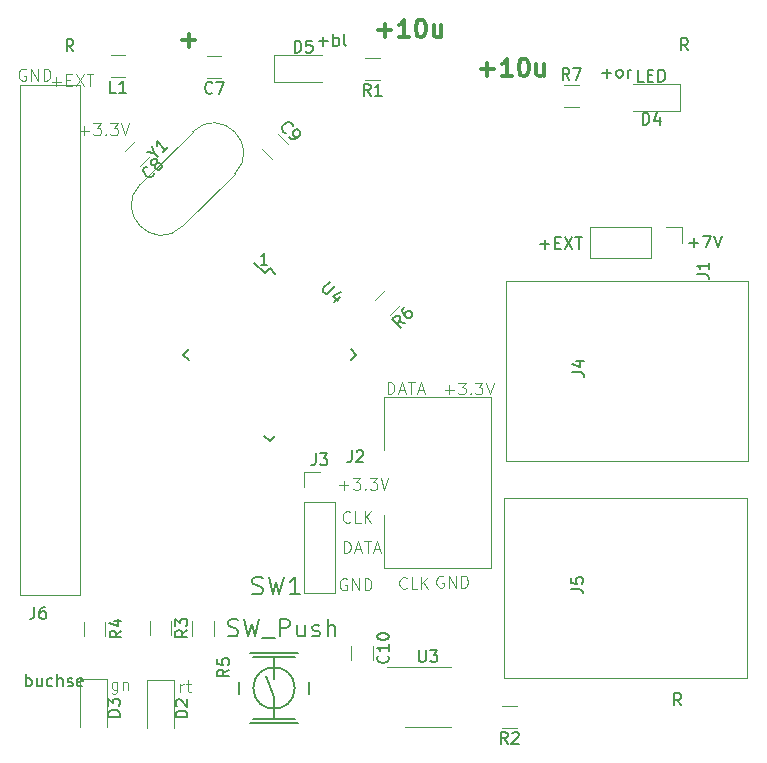
<source format=gbr>
%TF.GenerationSoftware,KiCad,Pcbnew,5.1.6-c6e7f7d~87~ubuntu18.04.1*%
%TF.CreationDate,2021-03-27T09:05:47+01:00*%
%TF.ProjectId,sboxnet-modul,73626f78-6e65-4742-9d6d-6f64756c2e6b,rev?*%
%TF.SameCoordinates,Original*%
%TF.FileFunction,Legend,Top*%
%TF.FilePolarity,Positive*%
%FSLAX46Y46*%
G04 Gerber Fmt 4.6, Leading zero omitted, Abs format (unit mm)*
G04 Created by KiCad (PCBNEW 5.1.6-c6e7f7d~87~ubuntu18.04.1) date 2021-03-27 09:05:47*
%MOMM*%
%LPD*%
G01*
G04 APERTURE LIST*
%ADD10C,0.100000*%
%ADD11C,0.200000*%
%ADD12C,0.300000*%
%ADD13C,0.150000*%
%ADD14C,0.120000*%
G04 APERTURE END LIST*
D10*
X123366400Y-100528380D02*
X123366400Y-99528380D01*
X123604495Y-99528380D01*
X123747352Y-99576000D01*
X123842590Y-99671238D01*
X123890209Y-99766476D01*
X123937828Y-99956952D01*
X123937828Y-100099809D01*
X123890209Y-100290285D01*
X123842590Y-100385523D01*
X123747352Y-100480761D01*
X123604495Y-100528380D01*
X123366400Y-100528380D01*
X124318780Y-100242666D02*
X124794971Y-100242666D01*
X124223542Y-100528380D02*
X124556876Y-99528380D01*
X124890209Y-100528380D01*
X125080685Y-99528380D02*
X125652114Y-99528380D01*
X125366400Y-100528380D02*
X125366400Y-99528380D01*
X125937828Y-100242666D02*
X126414019Y-100242666D01*
X125842590Y-100528380D02*
X126175923Y-99528380D01*
X126509257Y-100528380D01*
X124982361Y-116943142D02*
X124934742Y-116990761D01*
X124791885Y-117038380D01*
X124696647Y-117038380D01*
X124553790Y-116990761D01*
X124458552Y-116895523D01*
X124410933Y-116800285D01*
X124363314Y-116609809D01*
X124363314Y-116466952D01*
X124410933Y-116276476D01*
X124458552Y-116181238D01*
X124553790Y-116086000D01*
X124696647Y-116038380D01*
X124791885Y-116038380D01*
X124934742Y-116086000D01*
X124982361Y-116133619D01*
X125887123Y-117038380D02*
X125410933Y-117038380D01*
X125410933Y-116038380D01*
X126220457Y-117038380D02*
X126220457Y-116038380D01*
X126791885Y-117038380D02*
X126363314Y-116466952D01*
X126791885Y-116038380D02*
X126220457Y-116609809D01*
X128066895Y-115984400D02*
X127971657Y-115936780D01*
X127828800Y-115936780D01*
X127685942Y-115984400D01*
X127590704Y-116079638D01*
X127543085Y-116174876D01*
X127495466Y-116365352D01*
X127495466Y-116508209D01*
X127543085Y-116698685D01*
X127590704Y-116793923D01*
X127685942Y-116889161D01*
X127828800Y-116936780D01*
X127924038Y-116936780D01*
X128066895Y-116889161D01*
X128114514Y-116841542D01*
X128114514Y-116508209D01*
X127924038Y-116508209D01*
X128543085Y-116936780D02*
X128543085Y-115936780D01*
X129114514Y-116936780D01*
X129114514Y-115936780D01*
X129590704Y-116936780D02*
X129590704Y-115936780D01*
X129828800Y-115936780D01*
X129971657Y-115984400D01*
X130066895Y-116079638D01*
X130114514Y-116174876D01*
X130162133Y-116365352D01*
X130162133Y-116508209D01*
X130114514Y-116698685D01*
X130066895Y-116793923D01*
X129971657Y-116889161D01*
X129828800Y-116936780D01*
X129590704Y-116936780D01*
X128200400Y-100198228D02*
X128962304Y-100198228D01*
X128581352Y-100579180D02*
X128581352Y-99817276D01*
X129343257Y-99579180D02*
X129962304Y-99579180D01*
X129628971Y-99960133D01*
X129771828Y-99960133D01*
X129867066Y-100007752D01*
X129914685Y-100055371D01*
X129962304Y-100150609D01*
X129962304Y-100388704D01*
X129914685Y-100483942D01*
X129867066Y-100531561D01*
X129771828Y-100579180D01*
X129486114Y-100579180D01*
X129390876Y-100531561D01*
X129343257Y-100483942D01*
X130390876Y-100483942D02*
X130438495Y-100531561D01*
X130390876Y-100579180D01*
X130343257Y-100531561D01*
X130390876Y-100483942D01*
X130390876Y-100579180D01*
X130771828Y-99579180D02*
X131390876Y-99579180D01*
X131057542Y-99960133D01*
X131200400Y-99960133D01*
X131295638Y-100007752D01*
X131343257Y-100055371D01*
X131390876Y-100150609D01*
X131390876Y-100388704D01*
X131343257Y-100483942D01*
X131295638Y-100531561D01*
X131200400Y-100579180D01*
X130914685Y-100579180D01*
X130819447Y-100531561D01*
X130771828Y-100483942D01*
X131676590Y-99579180D02*
X132009923Y-100579180D01*
X132343257Y-99579180D01*
D11*
X136295023Y-87866528D02*
X137056928Y-87866528D01*
X136675976Y-88247480D02*
X136675976Y-87485576D01*
X137533119Y-87723671D02*
X137866452Y-87723671D01*
X138009309Y-88247480D02*
X137533119Y-88247480D01*
X137533119Y-87247480D01*
X138009309Y-87247480D01*
X138342642Y-87247480D02*
X139009309Y-88247480D01*
X139009309Y-87247480D02*
X138342642Y-88247480D01*
X139247404Y-87247480D02*
X139818833Y-87247480D01*
X139533119Y-88247480D02*
X139533119Y-87247480D01*
X148917185Y-87752228D02*
X149679090Y-87752228D01*
X149298138Y-88133180D02*
X149298138Y-87371276D01*
X150060042Y-87133180D02*
X150726709Y-87133180D01*
X150298138Y-88133180D01*
X150964804Y-87133180D02*
X151298138Y-88133180D01*
X151631471Y-87133180D01*
D12*
X122530728Y-69766642D02*
X123673585Y-69766642D01*
X123102157Y-70338071D02*
X123102157Y-69195214D01*
X125173585Y-70338071D02*
X124316442Y-70338071D01*
X124745014Y-70338071D02*
X124745014Y-68838071D01*
X124602157Y-69052357D01*
X124459300Y-69195214D01*
X124316442Y-69266642D01*
X126102157Y-68838071D02*
X126245014Y-68838071D01*
X126387871Y-68909500D01*
X126459300Y-68980928D01*
X126530728Y-69123785D01*
X126602157Y-69409500D01*
X126602157Y-69766642D01*
X126530728Y-70052357D01*
X126459300Y-70195214D01*
X126387871Y-70266642D01*
X126245014Y-70338071D01*
X126102157Y-70338071D01*
X125959300Y-70266642D01*
X125887871Y-70195214D01*
X125816442Y-70052357D01*
X125745014Y-69766642D01*
X125745014Y-69409500D01*
X125816442Y-69123785D01*
X125887871Y-68980928D01*
X125959300Y-68909500D01*
X126102157Y-68838071D01*
X127887871Y-69338071D02*
X127887871Y-70338071D01*
X127245014Y-69338071D02*
X127245014Y-70123785D01*
X127316442Y-70266642D01*
X127459300Y-70338071D01*
X127673585Y-70338071D01*
X127816442Y-70266642D01*
X127887871Y-70195214D01*
X131242928Y-73068642D02*
X132385785Y-73068642D01*
X131814357Y-73640071D02*
X131814357Y-72497214D01*
X133885785Y-73640071D02*
X133028642Y-73640071D01*
X133457214Y-73640071D02*
X133457214Y-72140071D01*
X133314357Y-72354357D01*
X133171500Y-72497214D01*
X133028642Y-72568642D01*
X134814357Y-72140071D02*
X134957214Y-72140071D01*
X135100071Y-72211500D01*
X135171500Y-72282928D01*
X135242928Y-72425785D01*
X135314357Y-72711500D01*
X135314357Y-73068642D01*
X135242928Y-73354357D01*
X135171500Y-73497214D01*
X135100071Y-73568642D01*
X134957214Y-73640071D01*
X134814357Y-73640071D01*
X134671500Y-73568642D01*
X134600071Y-73497214D01*
X134528642Y-73354357D01*
X134457214Y-73068642D01*
X134457214Y-72711500D01*
X134528642Y-72425785D01*
X134600071Y-72282928D01*
X134671500Y-72211500D01*
X134814357Y-72140071D01*
X136600071Y-72640071D02*
X136600071Y-73640071D01*
X135957214Y-72640071D02*
X135957214Y-73425785D01*
X136028642Y-73568642D01*
X136171500Y-73640071D01*
X136385785Y-73640071D01*
X136528642Y-73568642D01*
X136600071Y-73497214D01*
X105930771Y-70604842D02*
X107073628Y-70604842D01*
X106502200Y-71176271D02*
X106502200Y-70033414D01*
D10*
X97314000Y-78252628D02*
X98075904Y-78252628D01*
X97694952Y-78633580D02*
X97694952Y-77871676D01*
X98456857Y-77633580D02*
X99075904Y-77633580D01*
X98742571Y-78014533D01*
X98885428Y-78014533D01*
X98980666Y-78062152D01*
X99028285Y-78109771D01*
X99075904Y-78205009D01*
X99075904Y-78443104D01*
X99028285Y-78538342D01*
X98980666Y-78585961D01*
X98885428Y-78633580D01*
X98599714Y-78633580D01*
X98504476Y-78585961D01*
X98456857Y-78538342D01*
X99504476Y-78538342D02*
X99552095Y-78585961D01*
X99504476Y-78633580D01*
X99456857Y-78585961D01*
X99504476Y-78538342D01*
X99504476Y-78633580D01*
X99885428Y-77633580D02*
X100504476Y-77633580D01*
X100171142Y-78014533D01*
X100314000Y-78014533D01*
X100409238Y-78062152D01*
X100456857Y-78109771D01*
X100504476Y-78205009D01*
X100504476Y-78443104D01*
X100456857Y-78538342D01*
X100409238Y-78585961D01*
X100314000Y-78633580D01*
X100028285Y-78633580D01*
X99933047Y-78585961D01*
X99885428Y-78538342D01*
X100790190Y-77633580D02*
X101123523Y-78633580D01*
X101456857Y-77633580D01*
X94931123Y-74087028D02*
X95693028Y-74087028D01*
X95312076Y-74467980D02*
X95312076Y-73706076D01*
X96169219Y-73944171D02*
X96502552Y-73944171D01*
X96645409Y-74467980D02*
X96169219Y-74467980D01*
X96169219Y-73467980D01*
X96645409Y-73467980D01*
X96978742Y-73467980D02*
X97645409Y-74467980D01*
X97645409Y-73467980D02*
X96978742Y-74467980D01*
X97883504Y-73467980D02*
X98454933Y-73467980D01*
X98169219Y-74467980D02*
X98169219Y-73467980D01*
X92710095Y-73058400D02*
X92614857Y-73010780D01*
X92472000Y-73010780D01*
X92329142Y-73058400D01*
X92233904Y-73153638D01*
X92186285Y-73248876D01*
X92138666Y-73439352D01*
X92138666Y-73582209D01*
X92186285Y-73772685D01*
X92233904Y-73867923D01*
X92329142Y-73963161D01*
X92472000Y-74010780D01*
X92567238Y-74010780D01*
X92710095Y-73963161D01*
X92757714Y-73915542D01*
X92757714Y-73582209D01*
X92567238Y-73582209D01*
X93186285Y-74010780D02*
X93186285Y-73010780D01*
X93757714Y-74010780D01*
X93757714Y-73010780D01*
X94233904Y-74010780D02*
X94233904Y-73010780D01*
X94472000Y-73010780D01*
X94614857Y-73058400D01*
X94710095Y-73153638D01*
X94757714Y-73248876D01*
X94805333Y-73439352D01*
X94805333Y-73582209D01*
X94757714Y-73772685D01*
X94710095Y-73867923D01*
X94614857Y-73963161D01*
X94472000Y-74010780D01*
X94233904Y-74010780D01*
X100472904Y-124906114D02*
X100472904Y-125715638D01*
X100425285Y-125810876D01*
X100377666Y-125858495D01*
X100282428Y-125906114D01*
X100139571Y-125906114D01*
X100044333Y-125858495D01*
X100472904Y-125525161D02*
X100377666Y-125572780D01*
X100187190Y-125572780D01*
X100091952Y-125525161D01*
X100044333Y-125477542D01*
X99996714Y-125382304D01*
X99996714Y-125096590D01*
X100044333Y-125001352D01*
X100091952Y-124953733D01*
X100187190Y-124906114D01*
X100377666Y-124906114D01*
X100472904Y-124953733D01*
X100949095Y-124906114D02*
X100949095Y-125572780D01*
X100949095Y-125001352D02*
X100996714Y-124953733D01*
X101091952Y-124906114D01*
X101234809Y-124906114D01*
X101330047Y-124953733D01*
X101377666Y-125048971D01*
X101377666Y-125572780D01*
X105814857Y-125775980D02*
X105814857Y-125109314D01*
X105814857Y-125299790D02*
X105862476Y-125204552D01*
X105910095Y-125156933D01*
X106005333Y-125109314D01*
X106100571Y-125109314D01*
X106291047Y-125109314D02*
X106672000Y-125109314D01*
X106433904Y-124775980D02*
X106433904Y-125633123D01*
X106481523Y-125728361D01*
X106576761Y-125775980D01*
X106672000Y-125775980D01*
D11*
X117535461Y-70670728D02*
X118297366Y-70670728D01*
X117916414Y-71051680D02*
X117916414Y-70289776D01*
X118773557Y-71051680D02*
X118773557Y-70051680D01*
X118773557Y-70432633D02*
X118868795Y-70385014D01*
X119059271Y-70385014D01*
X119154509Y-70432633D01*
X119202128Y-70480252D01*
X119249747Y-70575490D01*
X119249747Y-70861204D01*
X119202128Y-70956442D01*
X119154509Y-71004061D01*
X119059271Y-71051680D01*
X118868795Y-71051680D01*
X118773557Y-71004061D01*
X119821176Y-71051680D02*
X119725938Y-71004061D01*
X119678319Y-70908823D01*
X119678319Y-70051680D01*
X141541642Y-73375828D02*
X142303547Y-73375828D01*
X141922595Y-73756780D02*
X141922595Y-72994876D01*
X142922595Y-73756780D02*
X142827357Y-73709161D01*
X142779738Y-73661542D01*
X142732119Y-73566304D01*
X142732119Y-73280590D01*
X142779738Y-73185352D01*
X142827357Y-73137733D01*
X142922595Y-73090114D01*
X143065452Y-73090114D01*
X143160690Y-73137733D01*
X143208309Y-73185352D01*
X143255928Y-73280590D01*
X143255928Y-73566304D01*
X143208309Y-73661542D01*
X143160690Y-73709161D01*
X143065452Y-73756780D01*
X142922595Y-73756780D01*
X143684500Y-73756780D02*
X143684500Y-73090114D01*
X143684500Y-73280590D02*
X143732119Y-73185352D01*
X143779738Y-73137733D01*
X143874976Y-73090114D01*
X143970214Y-73090114D01*
D10*
X119658000Y-113990380D02*
X119658000Y-112990380D01*
X119896095Y-112990380D01*
X120038952Y-113038000D01*
X120134190Y-113133238D01*
X120181809Y-113228476D01*
X120229428Y-113418952D01*
X120229428Y-113561809D01*
X120181809Y-113752285D01*
X120134190Y-113847523D01*
X120038952Y-113942761D01*
X119896095Y-113990380D01*
X119658000Y-113990380D01*
X120610380Y-113704666D02*
X121086571Y-113704666D01*
X120515142Y-113990380D02*
X120848476Y-112990380D01*
X121181809Y-113990380D01*
X121372285Y-112990380D02*
X121943714Y-112990380D01*
X121658000Y-113990380D02*
X121658000Y-112990380D01*
X122229428Y-113704666D02*
X122705619Y-113704666D01*
X122134190Y-113990380D02*
X122467523Y-112990380D01*
X122800857Y-113990380D01*
X120181761Y-111355142D02*
X120134142Y-111402761D01*
X119991285Y-111450380D01*
X119896047Y-111450380D01*
X119753190Y-111402761D01*
X119657952Y-111307523D01*
X119610333Y-111212285D01*
X119562714Y-111021809D01*
X119562714Y-110878952D01*
X119610333Y-110688476D01*
X119657952Y-110593238D01*
X119753190Y-110498000D01*
X119896047Y-110450380D01*
X119991285Y-110450380D01*
X120134142Y-110498000D01*
X120181761Y-110545619D01*
X121086523Y-111450380D02*
X120610333Y-111450380D01*
X120610333Y-110450380D01*
X121419857Y-111450380D02*
X121419857Y-110450380D01*
X121991285Y-111450380D02*
X121562714Y-110878952D01*
X121991285Y-110450380D02*
X121419857Y-111021809D01*
X119888095Y-116213000D02*
X119792857Y-116165380D01*
X119650000Y-116165380D01*
X119507142Y-116213000D01*
X119411904Y-116308238D01*
X119364285Y-116403476D01*
X119316666Y-116593952D01*
X119316666Y-116736809D01*
X119364285Y-116927285D01*
X119411904Y-117022523D01*
X119507142Y-117117761D01*
X119650000Y-117165380D01*
X119745238Y-117165380D01*
X119888095Y-117117761D01*
X119935714Y-117070142D01*
X119935714Y-116736809D01*
X119745238Y-116736809D01*
X120364285Y-117165380D02*
X120364285Y-116165380D01*
X120935714Y-117165380D01*
X120935714Y-116165380D01*
X121411904Y-117165380D02*
X121411904Y-116165380D01*
X121650000Y-116165380D01*
X121792857Y-116213000D01*
X121888095Y-116308238D01*
X121935714Y-116403476D01*
X121983333Y-116593952D01*
X121983333Y-116736809D01*
X121935714Y-116927285D01*
X121888095Y-117022523D01*
X121792857Y-117117761D01*
X121650000Y-117165380D01*
X121411904Y-117165380D01*
X119285000Y-108275428D02*
X120046904Y-108275428D01*
X119665952Y-108656380D02*
X119665952Y-107894476D01*
X120427857Y-107656380D02*
X121046904Y-107656380D01*
X120713571Y-108037333D01*
X120856428Y-108037333D01*
X120951666Y-108084952D01*
X120999285Y-108132571D01*
X121046904Y-108227809D01*
X121046904Y-108465904D01*
X120999285Y-108561142D01*
X120951666Y-108608761D01*
X120856428Y-108656380D01*
X120570714Y-108656380D01*
X120475476Y-108608761D01*
X120427857Y-108561142D01*
X121475476Y-108561142D02*
X121523095Y-108608761D01*
X121475476Y-108656380D01*
X121427857Y-108608761D01*
X121475476Y-108561142D01*
X121475476Y-108656380D01*
X121856428Y-107656380D02*
X122475476Y-107656380D01*
X122142142Y-108037333D01*
X122285000Y-108037333D01*
X122380238Y-108084952D01*
X122427857Y-108132571D01*
X122475476Y-108227809D01*
X122475476Y-108465904D01*
X122427857Y-108561142D01*
X122380238Y-108608761D01*
X122285000Y-108656380D01*
X121999285Y-108656380D01*
X121904047Y-108608761D01*
X121856428Y-108561142D01*
X122761190Y-107656380D02*
X123094523Y-108656380D01*
X123427857Y-107656380D01*
D13*
X113188714Y-89606380D02*
X112617285Y-89606380D01*
X112903000Y-89606380D02*
X112903000Y-88606380D01*
X112807761Y-88749238D01*
X112712523Y-88844476D01*
X112617285Y-88892095D01*
D14*
X133236800Y-109347000D02*
X153806800Y-109347000D01*
X133236800Y-124587000D02*
X133236800Y-109347000D01*
X153806800Y-124587000D02*
X133236800Y-124587000D01*
X153806800Y-124587000D02*
X153806800Y-109347000D01*
X133340000Y-90980000D02*
X153910000Y-90980000D01*
X133340000Y-106220000D02*
X133340000Y-90980000D01*
X153910000Y-106220000D02*
X133340000Y-106220000D01*
X153910000Y-106220000D02*
X153910000Y-90980000D01*
D13*
X112979014Y-90319231D02*
X112077452Y-89417670D01*
X120704155Y-97231200D02*
X120226858Y-96753903D01*
X113385600Y-104549755D02*
X112908303Y-104072458D01*
X106067045Y-97231200D02*
X106544342Y-97708497D01*
X113385600Y-89912645D02*
X113862897Y-90389942D01*
X106067045Y-97231200D02*
X106544342Y-96753903D01*
X113385600Y-104549755D02*
X113862897Y-104072458D01*
X120704155Y-97231200D02*
X120226858Y-97708497D01*
X113385600Y-89912645D02*
X112979014Y-90319231D01*
D14*
X123085600Y-100816400D02*
X130085600Y-100816400D01*
X123085600Y-105316400D02*
X123085600Y-100816400D01*
X130085600Y-100816400D02*
X132085600Y-100816400D01*
X132085600Y-100816400D02*
X132085600Y-113316400D01*
X123085600Y-113316400D02*
X123085600Y-110816400D01*
X123085600Y-113316400D02*
X123085600Y-115316400D01*
X123085600Y-115316400D02*
X132085600Y-115316400D01*
X132085600Y-115316400D02*
X132085600Y-113316400D01*
X116272000Y-107128000D02*
X117602000Y-107128000D01*
X116272000Y-108458000D02*
X116272000Y-107128000D01*
X116272000Y-109728000D02*
X118932000Y-109728000D01*
X118932000Y-109728000D02*
X118932000Y-117408000D01*
X116272000Y-109728000D02*
X116272000Y-117408000D01*
X116272000Y-117408000D02*
X118932000Y-117408000D01*
X97290000Y-124667000D02*
X97290000Y-128727000D01*
X99560000Y-124667000D02*
X97290000Y-124667000D01*
X99560000Y-128727000D02*
X99560000Y-124667000D01*
X109282064Y-71940000D02*
X108077936Y-71940000D01*
X109282064Y-73760000D02*
X108077936Y-73760000D01*
X101114564Y-71870000D02*
X99910436Y-71870000D01*
X101114564Y-73690000D02*
X99910436Y-73690000D01*
X148256300Y-86401600D02*
X148256300Y-87731600D01*
X146926300Y-86401600D02*
X148256300Y-86401600D01*
X145656300Y-86401600D02*
X145656300Y-89061600D01*
X145656300Y-89061600D02*
X140516300Y-89061600D01*
X145656300Y-86401600D02*
X140516300Y-86401600D01*
X140516300Y-86401600D02*
X140516300Y-89061600D01*
X134282064Y-126990000D02*
X133077936Y-126990000D01*
X134282064Y-128810000D02*
X133077936Y-128810000D01*
X105991076Y-86339813D02*
X110410494Y-81920395D01*
X102420187Y-82768924D02*
X106839605Y-78349506D01*
X110410493Y-81920396D02*
G75*
G03*
X106839605Y-78349506I-1785444J1785445D01*
G01*
X105991077Y-86339812D02*
G75*
G02*
X102420187Y-82768924I-1785445J1785444D01*
G01*
X112750809Y-79787744D02*
X113602256Y-80639191D01*
X114037744Y-78500809D02*
X114889191Y-79352256D01*
X101953756Y-79131309D02*
X101102309Y-79982756D01*
X103240691Y-80418244D02*
X102389244Y-81269691D01*
X126771400Y-123627200D02*
X123321400Y-123627200D01*
X126771400Y-123627200D02*
X128721400Y-123627200D01*
X126771400Y-128747200D02*
X124821400Y-128747200D01*
X126771400Y-128747200D02*
X128721400Y-128747200D01*
D13*
X112240000Y-128040000D02*
X111940000Y-128040000D01*
X115240000Y-128040000D02*
X115540000Y-128040000D01*
X115240000Y-122840000D02*
X115540000Y-122840000D01*
X112240000Y-122840000D02*
X111940000Y-122840000D01*
X113740000Y-126240000D02*
X113040000Y-124440000D01*
X113740000Y-128040000D02*
X113740000Y-126240000D01*
X113740000Y-122840000D02*
X113740000Y-124640000D01*
X115240000Y-128040000D02*
X112240000Y-128040000D01*
X112240000Y-122840000D02*
X115240000Y-122840000D01*
X115490000Y-125440000D02*
G75*
G03*
X115490000Y-125440000I-1750000J0D01*
G01*
X111740000Y-122440000D02*
X115740000Y-122440000D01*
X111740000Y-128440000D02*
X115740000Y-128440000D01*
X110740000Y-124940000D02*
X110740000Y-125940000D01*
X116740000Y-124940000D02*
X116740000Y-125940000D01*
D14*
X138321636Y-76221000D02*
X139525764Y-76221000D01*
X138321636Y-74401000D02*
X139525764Y-74401000D01*
X123162256Y-91720809D02*
X122310809Y-92572256D01*
X124449191Y-93007744D02*
X123597744Y-93859191D01*
X108656800Y-120998064D02*
X108656800Y-119793936D01*
X106836800Y-120998064D02*
X106836800Y-119793936D01*
X97642000Y-119820936D02*
X97642000Y-121025064D01*
X99462000Y-119820936D02*
X99462000Y-121025064D01*
X103217300Y-119757436D02*
X103217300Y-120961564D01*
X105037300Y-119757436D02*
X105037300Y-120961564D01*
X122688764Y-72115000D02*
X121484636Y-72115000D01*
X122688764Y-73935000D02*
X121484636Y-73935000D01*
X92265500Y-117602000D02*
X92265500Y-74422000D01*
X97345500Y-117602000D02*
X92265500Y-117602000D01*
X97345500Y-74422000D02*
X97345500Y-117602000D01*
X92265500Y-74422000D02*
X97345500Y-74422000D01*
X113757700Y-74134600D02*
X117817700Y-74134600D01*
X113757700Y-71864600D02*
X113757700Y-74134600D01*
X117817700Y-71864600D02*
X113757700Y-71864600D01*
X148154400Y-74328400D02*
X144094400Y-74328400D01*
X148154400Y-76598400D02*
X148154400Y-74328400D01*
X144094400Y-76598400D02*
X148154400Y-76598400D01*
X103005000Y-124730500D02*
X103005000Y-128790500D01*
X105275000Y-124730500D02*
X103005000Y-124730500D01*
X105275000Y-128790500D02*
X105275000Y-124730500D01*
X120286100Y-121875136D02*
X120286100Y-123079264D01*
X122106100Y-121875136D02*
X122106100Y-123079264D01*
D13*
X138888220Y-117053953D02*
X139602506Y-117053953D01*
X139745363Y-117101572D01*
X139840601Y-117196810D01*
X139888220Y-117339667D01*
X139888220Y-117434905D01*
X138888220Y-116101572D02*
X138888220Y-116577762D01*
X139364411Y-116625381D01*
X139316792Y-116577762D01*
X139269173Y-116482524D01*
X139269173Y-116244429D01*
X139316792Y-116149191D01*
X139364411Y-116101572D01*
X139459649Y-116053953D01*
X139697744Y-116053953D01*
X139792982Y-116101572D01*
X139840601Y-116149191D01*
X139888220Y-116244429D01*
X139888220Y-116482524D01*
X139840601Y-116577762D01*
X139792982Y-116625381D01*
X138991420Y-98686953D02*
X139705706Y-98686953D01*
X139848563Y-98734572D01*
X139943801Y-98829810D01*
X139991420Y-98972667D01*
X139991420Y-99067905D01*
X139324754Y-97782191D02*
X139991420Y-97782191D01*
X138943801Y-98020286D02*
X139658087Y-98258381D01*
X139658087Y-97639334D01*
X118502023Y-91037280D02*
X117929603Y-91609700D01*
X117895931Y-91710715D01*
X117895931Y-91778059D01*
X117929603Y-91879074D01*
X118064290Y-92013761D01*
X118165305Y-92047433D01*
X118232649Y-92047433D01*
X118333664Y-92013761D01*
X118906084Y-91441341D01*
X119310145Y-92316807D02*
X118838740Y-92788211D01*
X119411160Y-91879074D02*
X118737725Y-92215792D01*
X119175458Y-92653524D01*
X120316666Y-105319580D02*
X120316666Y-106033866D01*
X120269047Y-106176723D01*
X120173809Y-106271961D01*
X120030952Y-106319580D01*
X119935714Y-106319580D01*
X120745238Y-105414819D02*
X120792857Y-105367200D01*
X120888095Y-105319580D01*
X121126190Y-105319580D01*
X121221428Y-105367200D01*
X121269047Y-105414819D01*
X121316666Y-105510057D01*
X121316666Y-105605295D01*
X121269047Y-105748152D01*
X120697619Y-106319580D01*
X121316666Y-106319580D01*
X117268666Y-105580380D02*
X117268666Y-106294666D01*
X117221047Y-106437523D01*
X117125809Y-106532761D01*
X116982952Y-106580380D01*
X116887714Y-106580380D01*
X117649619Y-105580380D02*
X118268666Y-105580380D01*
X117935333Y-105961333D01*
X118078190Y-105961333D01*
X118173428Y-106008952D01*
X118221047Y-106056571D01*
X118268666Y-106151809D01*
X118268666Y-106389904D01*
X118221047Y-106485142D01*
X118173428Y-106532761D01*
X118078190Y-106580380D01*
X117792476Y-106580380D01*
X117697238Y-106532761D01*
X117649619Y-106485142D01*
X100697380Y-127865095D02*
X99697380Y-127865095D01*
X99697380Y-127627000D01*
X99745000Y-127484142D01*
X99840238Y-127388904D01*
X99935476Y-127341285D01*
X100125952Y-127293666D01*
X100268809Y-127293666D01*
X100459285Y-127341285D01*
X100554523Y-127388904D01*
X100649761Y-127484142D01*
X100697380Y-127627000D01*
X100697380Y-127865095D01*
X99697380Y-126960333D02*
X99697380Y-126341285D01*
X100078333Y-126674619D01*
X100078333Y-126531761D01*
X100125952Y-126436523D01*
X100173571Y-126388904D01*
X100268809Y-126341285D01*
X100506904Y-126341285D01*
X100602142Y-126388904D01*
X100649761Y-126436523D01*
X100697380Y-126531761D01*
X100697380Y-126817476D01*
X100649761Y-126912714D01*
X100602142Y-126960333D01*
X108513333Y-75027142D02*
X108465714Y-75074761D01*
X108322857Y-75122380D01*
X108227619Y-75122380D01*
X108084761Y-75074761D01*
X107989523Y-74979523D01*
X107941904Y-74884285D01*
X107894285Y-74693809D01*
X107894285Y-74550952D01*
X107941904Y-74360476D01*
X107989523Y-74265238D01*
X108084761Y-74170000D01*
X108227619Y-74122380D01*
X108322857Y-74122380D01*
X108465714Y-74170000D01*
X108513333Y-74217619D01*
X108846666Y-74122380D02*
X109513333Y-74122380D01*
X109084761Y-75122380D01*
X100345833Y-75052380D02*
X99869642Y-75052380D01*
X99869642Y-74052380D01*
X101202976Y-75052380D02*
X100631547Y-75052380D01*
X100917261Y-75052380D02*
X100917261Y-74052380D01*
X100822023Y-74195238D01*
X100726785Y-74290476D01*
X100631547Y-74338095D01*
X149553680Y-90414433D02*
X150267966Y-90414433D01*
X150410823Y-90462052D01*
X150506061Y-90557290D01*
X150553680Y-90700147D01*
X150553680Y-90795385D01*
X150553680Y-89414433D02*
X150553680Y-89985861D01*
X150553680Y-89700147D02*
X149553680Y-89700147D01*
X149696538Y-89795385D01*
X149791776Y-89890623D01*
X149839395Y-89985861D01*
X133513333Y-130172380D02*
X133180000Y-129696190D01*
X132941904Y-130172380D02*
X132941904Y-129172380D01*
X133322857Y-129172380D01*
X133418095Y-129220000D01*
X133465714Y-129267619D01*
X133513333Y-129362857D01*
X133513333Y-129505714D01*
X133465714Y-129600952D01*
X133418095Y-129648571D01*
X133322857Y-129696190D01*
X132941904Y-129696190D01*
X133894285Y-129267619D02*
X133941904Y-129220000D01*
X134037142Y-129172380D01*
X134275238Y-129172380D01*
X134370476Y-129220000D01*
X134418095Y-129267619D01*
X134465714Y-129362857D01*
X134465714Y-129458095D01*
X134418095Y-129600952D01*
X133846666Y-130172380D01*
X134465714Y-130172380D01*
X96753323Y-71521580D02*
X96419990Y-71045390D01*
X96181895Y-71521580D02*
X96181895Y-70521580D01*
X96562847Y-70521580D01*
X96658085Y-70569200D01*
X96705704Y-70616819D01*
X96753323Y-70712057D01*
X96753323Y-70854914D01*
X96705704Y-70950152D01*
X96658085Y-70997771D01*
X96562847Y-71045390D01*
X96181895Y-71045390D01*
X92742047Y-125293380D02*
X92742047Y-124293380D01*
X92742047Y-124674333D02*
X92837285Y-124626714D01*
X93027761Y-124626714D01*
X93123000Y-124674333D01*
X93170619Y-124721952D01*
X93218238Y-124817190D01*
X93218238Y-125102904D01*
X93170619Y-125198142D01*
X93123000Y-125245761D01*
X93027761Y-125293380D01*
X92837285Y-125293380D01*
X92742047Y-125245761D01*
X94075380Y-124626714D02*
X94075380Y-125293380D01*
X93646809Y-124626714D02*
X93646809Y-125150523D01*
X93694428Y-125245761D01*
X93789666Y-125293380D01*
X93932523Y-125293380D01*
X94027761Y-125245761D01*
X94075380Y-125198142D01*
X94980142Y-125245761D02*
X94884904Y-125293380D01*
X94694428Y-125293380D01*
X94599190Y-125245761D01*
X94551571Y-125198142D01*
X94503952Y-125102904D01*
X94503952Y-124817190D01*
X94551571Y-124721952D01*
X94599190Y-124674333D01*
X94694428Y-124626714D01*
X94884904Y-124626714D01*
X94980142Y-124674333D01*
X95408714Y-125293380D02*
X95408714Y-124293380D01*
X95837285Y-125293380D02*
X95837285Y-124769571D01*
X95789666Y-124674333D01*
X95694428Y-124626714D01*
X95551571Y-124626714D01*
X95456333Y-124674333D01*
X95408714Y-124721952D01*
X96265857Y-125245761D02*
X96361095Y-125293380D01*
X96551571Y-125293380D01*
X96646809Y-125245761D01*
X96694428Y-125150523D01*
X96694428Y-125102904D01*
X96646809Y-125007666D01*
X96551571Y-124960047D01*
X96408714Y-124960047D01*
X96313476Y-124912428D01*
X96265857Y-124817190D01*
X96265857Y-124769571D01*
X96313476Y-124674333D01*
X96408714Y-124626714D01*
X96551571Y-124626714D01*
X96646809Y-124674333D01*
X97503952Y-125245761D02*
X97408714Y-125293380D01*
X97218238Y-125293380D01*
X97123000Y-125245761D01*
X97075380Y-125150523D01*
X97075380Y-124769571D01*
X97123000Y-124674333D01*
X97218238Y-124626714D01*
X97408714Y-124626714D01*
X97503952Y-124674333D01*
X97551571Y-124769571D01*
X97551571Y-124864809D01*
X97075380Y-124960047D01*
X148213723Y-126893580D02*
X147880390Y-126417390D01*
X147642295Y-126893580D02*
X147642295Y-125893580D01*
X148023247Y-125893580D01*
X148118485Y-125941200D01*
X148166104Y-125988819D01*
X148213723Y-126084057D01*
X148213723Y-126226914D01*
X148166104Y-126322152D01*
X148118485Y-126369771D01*
X148023247Y-126417390D01*
X147642295Y-126417390D01*
X148772523Y-71445380D02*
X148439190Y-70969190D01*
X148201095Y-71445380D02*
X148201095Y-70445380D01*
X148582047Y-70445380D01*
X148677285Y-70493000D01*
X148724904Y-70540619D01*
X148772523Y-70635857D01*
X148772523Y-70778714D01*
X148724904Y-70873952D01*
X148677285Y-70921571D01*
X148582047Y-70969190D01*
X148201095Y-70969190D01*
X103569235Y-80171989D02*
X103905953Y-80508707D01*
X102963144Y-80037302D02*
X103569235Y-80171989D01*
X103434548Y-79565898D01*
X104747746Y-79666913D02*
X104343685Y-80070974D01*
X104545716Y-79868943D02*
X103838609Y-79161837D01*
X103872281Y-79330195D01*
X103872281Y-79464882D01*
X103838609Y-79565898D01*
X114736544Y-78417753D02*
X114669201Y-78417753D01*
X114534514Y-78350409D01*
X114467170Y-78283066D01*
X114399827Y-78148378D01*
X114399827Y-78013691D01*
X114433498Y-77912676D01*
X114534514Y-77744317D01*
X114635529Y-77643302D01*
X114803888Y-77542287D01*
X114904903Y-77508615D01*
X115039590Y-77508615D01*
X115174277Y-77575959D01*
X115241621Y-77643302D01*
X115308964Y-77777989D01*
X115308964Y-77845333D01*
X115005918Y-78821814D02*
X115140605Y-78956501D01*
X115241621Y-78990172D01*
X115308964Y-78990172D01*
X115477323Y-78956501D01*
X115645682Y-78855485D01*
X115915056Y-78586111D01*
X115948727Y-78485096D01*
X115948727Y-78417753D01*
X115915056Y-78316737D01*
X115780369Y-78182050D01*
X115679353Y-78148378D01*
X115612010Y-78148378D01*
X115510995Y-78182050D01*
X115342636Y-78350409D01*
X115308964Y-78451424D01*
X115308964Y-78518768D01*
X115342636Y-78619783D01*
X115477323Y-78754470D01*
X115578338Y-78788142D01*
X115645682Y-78788142D01*
X115746697Y-78754470D01*
X103593121Y-81857823D02*
X103593121Y-81925166D01*
X103525777Y-82059853D01*
X103458434Y-82127197D01*
X103323746Y-82194540D01*
X103189059Y-82194540D01*
X103088044Y-82160869D01*
X102919685Y-82059853D01*
X102818670Y-81958838D01*
X102717655Y-81790479D01*
X102683983Y-81689464D01*
X102683983Y-81554777D01*
X102751327Y-81420090D01*
X102818670Y-81352746D01*
X102953357Y-81285403D01*
X103020701Y-81285403D01*
X103660464Y-81117044D02*
X103559449Y-81150716D01*
X103492105Y-81150716D01*
X103391090Y-81117044D01*
X103357418Y-81083372D01*
X103323746Y-80982357D01*
X103323746Y-80915014D01*
X103357418Y-80813998D01*
X103492105Y-80679311D01*
X103593121Y-80645640D01*
X103660464Y-80645640D01*
X103761479Y-80679311D01*
X103795151Y-80712983D01*
X103828823Y-80813998D01*
X103828823Y-80881342D01*
X103795151Y-80982357D01*
X103660464Y-81117044D01*
X103626792Y-81218059D01*
X103626792Y-81285403D01*
X103660464Y-81386418D01*
X103795151Y-81521105D01*
X103896166Y-81554777D01*
X103963510Y-81554777D01*
X104064525Y-81521105D01*
X104199212Y-81386418D01*
X104232884Y-81285403D01*
X104232884Y-81218059D01*
X104199212Y-81117044D01*
X104064525Y-80982357D01*
X103963510Y-80948685D01*
X103896166Y-80948685D01*
X103795151Y-80982357D01*
X126009495Y-122239580D02*
X126009495Y-123049104D01*
X126057114Y-123144342D01*
X126104733Y-123191961D01*
X126199971Y-123239580D01*
X126390447Y-123239580D01*
X126485685Y-123191961D01*
X126533304Y-123144342D01*
X126580923Y-123049104D01*
X126580923Y-122239580D01*
X126961876Y-122239580D02*
X127580923Y-122239580D01*
X127247590Y-122620533D01*
X127390447Y-122620533D01*
X127485685Y-122668152D01*
X127533304Y-122715771D01*
X127580923Y-122811009D01*
X127580923Y-123049104D01*
X127533304Y-123144342D01*
X127485685Y-123191961D01*
X127390447Y-123239580D01*
X127104733Y-123239580D01*
X127009495Y-123191961D01*
X126961876Y-123144342D01*
X111919000Y-117447142D02*
X112133285Y-117518571D01*
X112490428Y-117518571D01*
X112633285Y-117447142D01*
X112704714Y-117375714D01*
X112776142Y-117232857D01*
X112776142Y-117090000D01*
X112704714Y-116947142D01*
X112633285Y-116875714D01*
X112490428Y-116804285D01*
X112204714Y-116732857D01*
X112061857Y-116661428D01*
X111990428Y-116590000D01*
X111919000Y-116447142D01*
X111919000Y-116304285D01*
X111990428Y-116161428D01*
X112061857Y-116090000D01*
X112204714Y-116018571D01*
X112561857Y-116018571D01*
X112776142Y-116090000D01*
X113276142Y-116018571D02*
X113633285Y-117518571D01*
X113919000Y-116447142D01*
X114204714Y-117518571D01*
X114561857Y-116018571D01*
X115919000Y-117518571D02*
X115061857Y-117518571D01*
X115490428Y-117518571D02*
X115490428Y-116018571D01*
X115347571Y-116232857D01*
X115204714Y-116375714D01*
X115061857Y-116447142D01*
X109855571Y-121003142D02*
X110069857Y-121074571D01*
X110427000Y-121074571D01*
X110569857Y-121003142D01*
X110641285Y-120931714D01*
X110712714Y-120788857D01*
X110712714Y-120646000D01*
X110641285Y-120503142D01*
X110569857Y-120431714D01*
X110427000Y-120360285D01*
X110141285Y-120288857D01*
X109998428Y-120217428D01*
X109927000Y-120146000D01*
X109855571Y-120003142D01*
X109855571Y-119860285D01*
X109927000Y-119717428D01*
X109998428Y-119646000D01*
X110141285Y-119574571D01*
X110498428Y-119574571D01*
X110712714Y-119646000D01*
X111212714Y-119574571D02*
X111569857Y-121074571D01*
X111855571Y-120003142D01*
X112141285Y-121074571D01*
X112498428Y-119574571D01*
X112712714Y-121217428D02*
X113855571Y-121217428D01*
X114212714Y-121074571D02*
X114212714Y-119574571D01*
X114784142Y-119574571D01*
X114927000Y-119646000D01*
X114998428Y-119717428D01*
X115069857Y-119860285D01*
X115069857Y-120074571D01*
X114998428Y-120217428D01*
X114927000Y-120288857D01*
X114784142Y-120360285D01*
X114212714Y-120360285D01*
X116355571Y-120074571D02*
X116355571Y-121074571D01*
X115712714Y-120074571D02*
X115712714Y-120860285D01*
X115784142Y-121003142D01*
X115927000Y-121074571D01*
X116141285Y-121074571D01*
X116284142Y-121003142D01*
X116355571Y-120931714D01*
X116998428Y-121003142D02*
X117141285Y-121074571D01*
X117427000Y-121074571D01*
X117569857Y-121003142D01*
X117641285Y-120860285D01*
X117641285Y-120788857D01*
X117569857Y-120646000D01*
X117427000Y-120574571D01*
X117212714Y-120574571D01*
X117069857Y-120503142D01*
X116998428Y-120360285D01*
X116998428Y-120288857D01*
X117069857Y-120146000D01*
X117212714Y-120074571D01*
X117427000Y-120074571D01*
X117569857Y-120146000D01*
X118284142Y-121074571D02*
X118284142Y-119574571D01*
X118927000Y-121074571D02*
X118927000Y-120288857D01*
X118855571Y-120146000D01*
X118712714Y-120074571D01*
X118498428Y-120074571D01*
X118355571Y-120146000D01*
X118284142Y-120217428D01*
X138757033Y-73943380D02*
X138423700Y-73467190D01*
X138185604Y-73943380D02*
X138185604Y-72943380D01*
X138566557Y-72943380D01*
X138661795Y-72991000D01*
X138709414Y-73038619D01*
X138757033Y-73133857D01*
X138757033Y-73276714D01*
X138709414Y-73371952D01*
X138661795Y-73419571D01*
X138566557Y-73467190D01*
X138185604Y-73467190D01*
X139090366Y-72943380D02*
X139757033Y-72943380D01*
X139328461Y-73943380D01*
X124868964Y-94514666D02*
X124296544Y-94413651D01*
X124464903Y-94918727D02*
X123757796Y-94211621D01*
X124027170Y-93942246D01*
X124128185Y-93908575D01*
X124195529Y-93908575D01*
X124296544Y-93942246D01*
X124397559Y-94043262D01*
X124431231Y-94144277D01*
X124431231Y-94211621D01*
X124397559Y-94312636D01*
X124128185Y-94582010D01*
X124767949Y-93201468D02*
X124633262Y-93336155D01*
X124599590Y-93437170D01*
X124599590Y-93504514D01*
X124633262Y-93672872D01*
X124734277Y-93841231D01*
X125003651Y-94110605D01*
X125104666Y-94144277D01*
X125172010Y-94144277D01*
X125273025Y-94110605D01*
X125407712Y-93975918D01*
X125441384Y-93874903D01*
X125441384Y-93807559D01*
X125407712Y-93706544D01*
X125239353Y-93538185D01*
X125138338Y-93504514D01*
X125070995Y-93504514D01*
X124969979Y-93538185D01*
X124835292Y-93672872D01*
X124801621Y-93773888D01*
X124801621Y-93841231D01*
X124835292Y-93942246D01*
X109939080Y-123875766D02*
X109462890Y-124209100D01*
X109939080Y-124447195D02*
X108939080Y-124447195D01*
X108939080Y-124066242D01*
X108986700Y-123971004D01*
X109034319Y-123923385D01*
X109129557Y-123875766D01*
X109272414Y-123875766D01*
X109367652Y-123923385D01*
X109415271Y-123971004D01*
X109462890Y-124066242D01*
X109462890Y-124447195D01*
X108939080Y-122971004D02*
X108939080Y-123447195D01*
X109415271Y-123494814D01*
X109367652Y-123447195D01*
X109320033Y-123351957D01*
X109320033Y-123113861D01*
X109367652Y-123018623D01*
X109415271Y-122971004D01*
X109510509Y-122923385D01*
X109748604Y-122923385D01*
X109843842Y-122971004D01*
X109891461Y-123018623D01*
X109939080Y-123113861D01*
X109939080Y-123351957D01*
X109891461Y-123447195D01*
X109843842Y-123494814D01*
X100824380Y-120589666D02*
X100348190Y-120923000D01*
X100824380Y-121161095D02*
X99824380Y-121161095D01*
X99824380Y-120780142D01*
X99872000Y-120684904D01*
X99919619Y-120637285D01*
X100014857Y-120589666D01*
X100157714Y-120589666D01*
X100252952Y-120637285D01*
X100300571Y-120684904D01*
X100348190Y-120780142D01*
X100348190Y-121161095D01*
X100157714Y-119732523D02*
X100824380Y-119732523D01*
X99776761Y-119970619D02*
X100491047Y-120208714D01*
X100491047Y-119589666D01*
X106399680Y-120526166D02*
X105923490Y-120859500D01*
X106399680Y-121097595D02*
X105399680Y-121097595D01*
X105399680Y-120716642D01*
X105447300Y-120621404D01*
X105494919Y-120573785D01*
X105590157Y-120526166D01*
X105733014Y-120526166D01*
X105828252Y-120573785D01*
X105875871Y-120621404D01*
X105923490Y-120716642D01*
X105923490Y-121097595D01*
X105399680Y-120192833D02*
X105399680Y-119573785D01*
X105780633Y-119907119D01*
X105780633Y-119764261D01*
X105828252Y-119669023D01*
X105875871Y-119621404D01*
X105971109Y-119573785D01*
X106209204Y-119573785D01*
X106304442Y-119621404D01*
X106352061Y-119669023D01*
X106399680Y-119764261D01*
X106399680Y-120049976D01*
X106352061Y-120145214D01*
X106304442Y-120192833D01*
X121920033Y-75297380D02*
X121586700Y-74821190D01*
X121348604Y-75297380D02*
X121348604Y-74297380D01*
X121729557Y-74297380D01*
X121824795Y-74345000D01*
X121872414Y-74392619D01*
X121920033Y-74487857D01*
X121920033Y-74630714D01*
X121872414Y-74725952D01*
X121824795Y-74773571D01*
X121729557Y-74821190D01*
X121348604Y-74821190D01*
X122872414Y-75297380D02*
X122300985Y-75297380D01*
X122586700Y-75297380D02*
X122586700Y-74297380D01*
X122491461Y-74440238D01*
X122396223Y-74535476D01*
X122300985Y-74583095D01*
X93456166Y-118578380D02*
X93456166Y-119292666D01*
X93408547Y-119435523D01*
X93313309Y-119530761D01*
X93170452Y-119578380D01*
X93075214Y-119578380D01*
X94360928Y-118578380D02*
X94170452Y-118578380D01*
X94075214Y-118626000D01*
X94027595Y-118673619D01*
X93932357Y-118816476D01*
X93884738Y-119006952D01*
X93884738Y-119387904D01*
X93932357Y-119483142D01*
X93979976Y-119530761D01*
X94075214Y-119578380D01*
X94265690Y-119578380D01*
X94360928Y-119530761D01*
X94408547Y-119483142D01*
X94456166Y-119387904D01*
X94456166Y-119149809D01*
X94408547Y-119054571D01*
X94360928Y-119006952D01*
X94265690Y-118959333D01*
X94075214Y-118959333D01*
X93979976Y-119006952D01*
X93932357Y-119054571D01*
X93884738Y-119149809D01*
X115479604Y-71631980D02*
X115479604Y-70631980D01*
X115717700Y-70631980D01*
X115860557Y-70679600D01*
X115955795Y-70774838D01*
X116003414Y-70870076D01*
X116051033Y-71060552D01*
X116051033Y-71203409D01*
X116003414Y-71393885D01*
X115955795Y-71489123D01*
X115860557Y-71584361D01*
X115717700Y-71631980D01*
X115479604Y-71631980D01*
X116955795Y-70631980D02*
X116479604Y-70631980D01*
X116431985Y-71108171D01*
X116479604Y-71060552D01*
X116574842Y-71012933D01*
X116812938Y-71012933D01*
X116908176Y-71060552D01*
X116955795Y-71108171D01*
X117003414Y-71203409D01*
X117003414Y-71441504D01*
X116955795Y-71536742D01*
X116908176Y-71584361D01*
X116812938Y-71631980D01*
X116574842Y-71631980D01*
X116479604Y-71584361D01*
X116431985Y-71536742D01*
X144956304Y-77735780D02*
X144956304Y-76735780D01*
X145194400Y-76735780D01*
X145337257Y-76783400D01*
X145432495Y-76878638D01*
X145480114Y-76973876D01*
X145527733Y-77164352D01*
X145527733Y-77307209D01*
X145480114Y-77497685D01*
X145432495Y-77592923D01*
X145337257Y-77688161D01*
X145194400Y-77735780D01*
X144956304Y-77735780D01*
X146384876Y-77069114D02*
X146384876Y-77735780D01*
X146146780Y-76688161D02*
X145908685Y-77402447D01*
X146527733Y-77402447D01*
X145051542Y-74095780D02*
X144575352Y-74095780D01*
X144575352Y-73095780D01*
X145384876Y-73571971D02*
X145718209Y-73571971D01*
X145861066Y-74095780D02*
X145384876Y-74095780D01*
X145384876Y-73095780D01*
X145861066Y-73095780D01*
X146289638Y-74095780D02*
X146289638Y-73095780D01*
X146527733Y-73095780D01*
X146670590Y-73143400D01*
X146765828Y-73238638D01*
X146813447Y-73333876D01*
X146861066Y-73524352D01*
X146861066Y-73667209D01*
X146813447Y-73857685D01*
X146765828Y-73952923D01*
X146670590Y-74048161D01*
X146527733Y-74095780D01*
X146289638Y-74095780D01*
X106412380Y-127928595D02*
X105412380Y-127928595D01*
X105412380Y-127690500D01*
X105460000Y-127547642D01*
X105555238Y-127452404D01*
X105650476Y-127404785D01*
X105840952Y-127357166D01*
X105983809Y-127357166D01*
X106174285Y-127404785D01*
X106269523Y-127452404D01*
X106364761Y-127547642D01*
X106412380Y-127690500D01*
X106412380Y-127928595D01*
X105507619Y-126976214D02*
X105460000Y-126928595D01*
X105412380Y-126833357D01*
X105412380Y-126595261D01*
X105460000Y-126500023D01*
X105507619Y-126452404D01*
X105602857Y-126404785D01*
X105698095Y-126404785D01*
X105840952Y-126452404D01*
X106412380Y-127023833D01*
X106412380Y-126404785D01*
X123373242Y-122689857D02*
X123420861Y-122737476D01*
X123468480Y-122880333D01*
X123468480Y-122975571D01*
X123420861Y-123118428D01*
X123325623Y-123213666D01*
X123230385Y-123261285D01*
X123039909Y-123308904D01*
X122897052Y-123308904D01*
X122706576Y-123261285D01*
X122611338Y-123213666D01*
X122516100Y-123118428D01*
X122468480Y-122975571D01*
X122468480Y-122880333D01*
X122516100Y-122737476D01*
X122563719Y-122689857D01*
X123468480Y-121737476D02*
X123468480Y-122308904D01*
X123468480Y-122023190D02*
X122468480Y-122023190D01*
X122611338Y-122118428D01*
X122706576Y-122213666D01*
X122754195Y-122308904D01*
X122468480Y-121118428D02*
X122468480Y-121023190D01*
X122516100Y-120927952D01*
X122563719Y-120880333D01*
X122658957Y-120832714D01*
X122849433Y-120785095D01*
X123087528Y-120785095D01*
X123278004Y-120832714D01*
X123373242Y-120880333D01*
X123420861Y-120927952D01*
X123468480Y-121023190D01*
X123468480Y-121118428D01*
X123420861Y-121213666D01*
X123373242Y-121261285D01*
X123278004Y-121308904D01*
X123087528Y-121356523D01*
X122849433Y-121356523D01*
X122658957Y-121308904D01*
X122563719Y-121261285D01*
X122516100Y-121213666D01*
X122468480Y-121118428D01*
M02*

</source>
